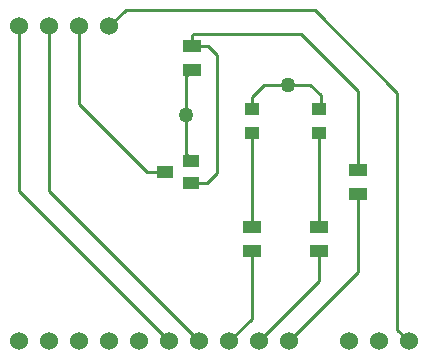
<source format=gtl>
G04*
G04 #@! TF.GenerationSoftware,Altium Limited,Altium Designer,20.1.14 (287)*
G04*
G04 Layer_Physical_Order=1*
G04 Layer_Color=255*
%FSLAX24Y24*%
%MOIN*%
G70*
G04*
G04 #@! TF.SameCoordinates,8CDA295F-3AC2-4F8A-B50F-62FCF4205E73*
G04*
G04*
G04 #@! TF.FilePolarity,Positive*
G04*
G01*
G75*
%ADD11C,0.0100*%
%ADD18R,0.0600X0.0400*%
%ADD19R,0.0551X0.0394*%
%ADD20R,0.0472X0.0433*%
%ADD21C,0.0600*%
%ADD22C,0.0500*%
D11*
X41100Y36991D02*
Y38300D01*
Y36991D02*
X41300Y36791D01*
X41100Y38300D02*
Y39600D01*
X41300Y39800D01*
X41283Y36774D02*
X41300Y36791D01*
X39100Y41800D02*
X45400D01*
X38550Y41250D02*
X39100Y41800D01*
X46850Y36450D02*
Y39100D01*
X41300Y40600D02*
Y40941D01*
X41359Y41000D01*
X44950D01*
X46850Y39100D01*
X43700Y39300D02*
X44500D01*
X41300Y40600D02*
X41850D01*
X44500Y39300D02*
X45250D01*
X45600Y38950D01*
Y38513D02*
Y38950D01*
X41283Y36026D02*
X41826D01*
X42150Y36350D02*
Y40300D01*
X41850Y40600D02*
X42150Y40300D01*
X41826Y36026D02*
X42150Y36350D01*
X46850Y33050D02*
Y35650D01*
X44550Y30750D02*
X46850Y33050D01*
X44550Y30750D02*
X44650D01*
X43300Y34550D02*
Y37687D01*
X45550Y34550D02*
Y37687D01*
X43550Y30750D02*
X45550Y32750D01*
Y33750D01*
X43300Y38900D02*
X43700Y39300D01*
X43300Y38513D02*
Y38900D01*
X42550Y30750D02*
X43300Y31500D01*
Y33750D01*
X39800Y36400D02*
X40417D01*
X37550Y38650D02*
Y41250D01*
Y38650D02*
X39800Y36400D01*
X48152Y31148D02*
X48550Y30750D01*
X48152Y31148D02*
Y39048D01*
X45400Y41800D02*
X48152Y39048D01*
X36550Y35750D02*
Y41250D01*
Y35750D02*
X41550Y30750D01*
X35550Y35750D02*
Y41250D01*
Y35750D02*
X40550Y30750D01*
D18*
X43300Y34550D02*
D03*
Y33750D02*
D03*
X41300Y39800D02*
D03*
Y40600D02*
D03*
X45550Y34550D02*
D03*
Y33750D02*
D03*
X46850Y35650D02*
D03*
Y36450D02*
D03*
D19*
X41283Y36774D02*
D03*
X40417Y36400D02*
D03*
X41283Y36026D02*
D03*
D20*
X45550Y37687D02*
D03*
Y38513D02*
D03*
X43300Y37687D02*
D03*
Y38513D02*
D03*
D21*
X48550Y30750D02*
D03*
X47550D02*
D03*
X46550D02*
D03*
X44550D02*
D03*
X43550D02*
D03*
X42550D02*
D03*
X41550D02*
D03*
X40550D02*
D03*
X39550D02*
D03*
X38550D02*
D03*
X37550D02*
D03*
X36550D02*
D03*
X35550D02*
D03*
Y41250D02*
D03*
X36550D02*
D03*
X37550D02*
D03*
X38550D02*
D03*
D22*
X41100Y38300D02*
D03*
X44500Y39300D02*
D03*
M02*

</source>
